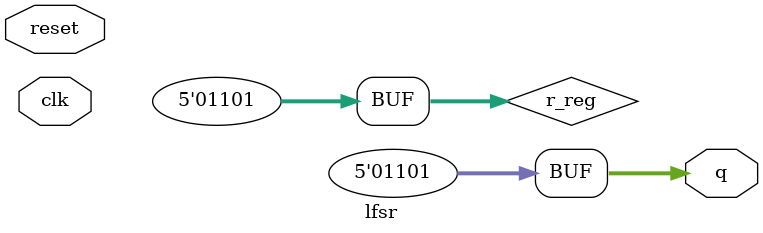
<source format=v>
module lfsr( 
    input clk,
    input reset,
    output [4:0] q
); 
reg [4:0] r_reg;
wire [4:0] r_next;
wire feedback_value;
// on reset set the value of r_reg to 1
// otherwise assign r_next to r_reg
// assign the xor of bit positions 2 and 4 of r_reg to feedback_value
// assign feedback value concatenated with 4 MSBs of r_reg to r_next
// assign r_reg to the output q
assign r_next = (r_reg[4] ^ r_reg[2]) ? (r_reg ^ feedback_value) : r_reg;
assign q = r_reg;
initial begin
r_reg <= 5'b01101;
end
endmodule

</source>
